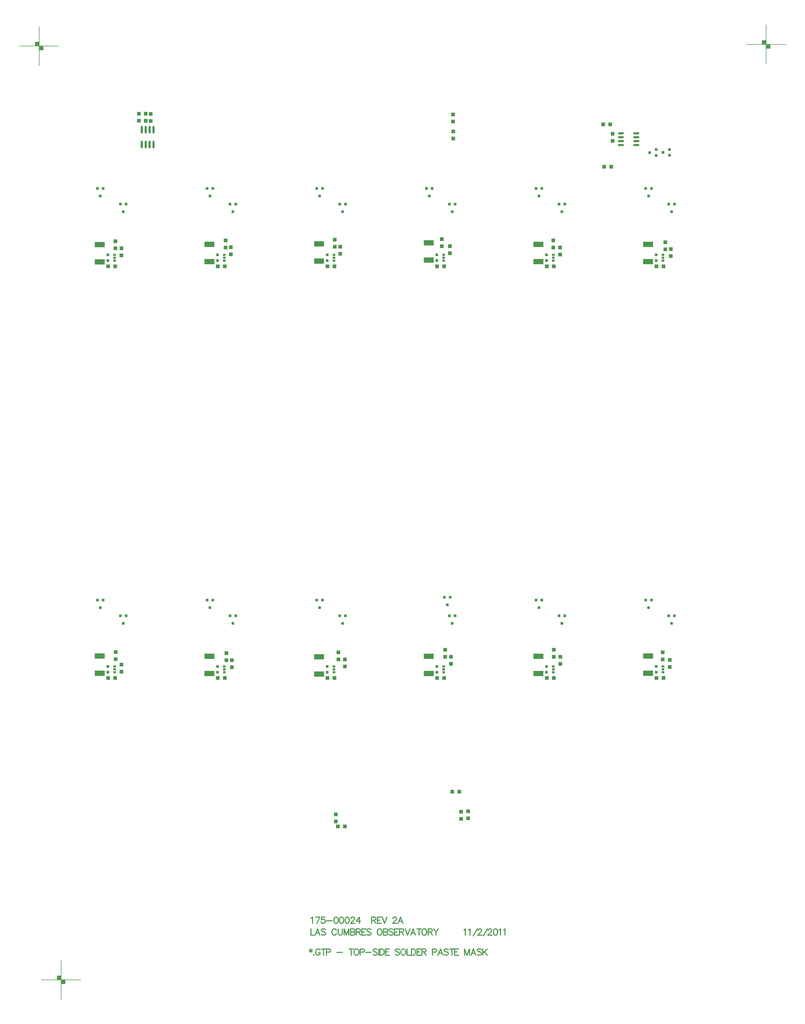
<source format=gtp>
%FSLAX23Y23*%
%MOIN*%
G70*
G01*
G75*
G04 Layer_Color=8421504*
%ADD10R,0.035X0.037*%
%ADD11R,0.035X0.037*%
%ADD12O,0.079X0.024*%
%ADD13R,0.036X0.028*%
%ADD14R,0.036X0.036*%
%ADD15R,0.050X0.050*%
%ADD16O,0.028X0.098*%
%ADD17R,0.126X0.071*%
%ADD18R,0.050X0.050*%
%ADD19C,0.010*%
%ADD20C,0.050*%
%ADD21C,0.008*%
%ADD22C,0.005*%
%ADD23C,0.012*%
%ADD24C,0.006*%
%ADD25C,0.012*%
%ADD26C,0.012*%
%ADD27C,0.079*%
%ADD28C,0.157*%
%ADD29C,0.020*%
%ADD30C,0.039*%
%ADD31C,0.220*%
%ADD32C,0.085*%
%ADD33C,0.055*%
%ADD34C,0.116*%
%ADD35R,0.055X0.055*%
%ADD36R,0.098X0.098*%
%ADD37C,0.098*%
%ADD38C,0.059*%
%ADD39C,0.080*%
%ADD40C,0.065*%
%ADD41C,0.055*%
%ADD42R,0.098X0.098*%
%ADD43R,0.059X0.059*%
%ADD44R,0.070X0.070*%
%ADD45C,0.070*%
%ADD46C,0.040*%
%ADD47C,0.110*%
%ADD48C,0.217*%
%ADD49C,0.200*%
%ADD50C,0.026*%
%ADD51C,0.050*%
%ADD52C,0.024*%
%ADD53C,0.025*%
%ADD54C,0.040*%
%ADD55C,0.076*%
%ADD56C,0.131*%
%ADD57C,0.080*%
%ADD58C,0.206*%
%ADD59C,0.102*%
%ADD60C,0.075*%
%ADD61C,0.168*%
%ADD62C,0.091*%
%ADD63C,0.138*%
%ADD64C,0.092*%
G04:AMPARAMS|DCode=65|XSize=100mil|YSize=100mil|CornerRadius=0mil|HoleSize=0mil|Usage=FLASHONLY|Rotation=0.000|XOffset=0mil|YOffset=0mil|HoleType=Round|Shape=Relief|Width=10mil|Gap=10mil|Entries=4|*
%AMTHD65*
7,0,0,0.100,0.080,0.010,45*
%
%ADD65THD65*%
%ADD66C,0.073*%
%ADD67C,0.099*%
%ADD68C,0.075*%
%ADD69C,0.168*%
%ADD70C,0.053*%
%ADD71C,0.068*%
G04:AMPARAMS|DCode=72|XSize=70mil|YSize=70mil|CornerRadius=0mil|HoleSize=0mil|Usage=FLASHONLY|Rotation=0.000|XOffset=0mil|YOffset=0mil|HoleType=Round|Shape=Relief|Width=10mil|Gap=10mil|Entries=4|*
%AMTHD72*
7,0,0,0.070,0.050,0.010,45*
%
%ADD72THD72*%
G04:AMPARAMS|DCode=73|XSize=111.181mil|YSize=111.181mil|CornerRadius=0mil|HoleSize=0mil|Usage=FLASHONLY|Rotation=0.000|XOffset=0mil|YOffset=0mil|HoleType=Round|Shape=Relief|Width=30mil|Gap=10mil|Entries=4|*
%AMTHD73*
7,0,0,0.111,0.091,0.030,45*
%
%ADD73THD73*%
G04:AMPARAMS|DCode=74|XSize=112mil|YSize=112mil|CornerRadius=0mil|HoleSize=0mil|Usage=FLASHONLY|Rotation=0.000|XOffset=0mil|YOffset=0mil|HoleType=Round|Shape=Relief|Width=30mil|Gap=10mil|Entries=4|*
%AMTHD74*
7,0,0,0.112,0.092,0.030,45*
%
%ADD74THD74*%
G04:AMPARAMS|DCode=75|XSize=119.055mil|YSize=119.055mil|CornerRadius=0mil|HoleSize=0mil|Usage=FLASHONLY|Rotation=0.000|XOffset=0mil|YOffset=0mil|HoleType=Round|Shape=Relief|Width=30mil|Gap=10mil|Entries=4|*
%AMTHD75*
7,0,0,0.119,0.099,0.030,45*
%
%ADD75THD75*%
G04:AMPARAMS|DCode=76|XSize=100mil|YSize=100mil|CornerRadius=0mil|HoleSize=0mil|Usage=FLASHONLY|Rotation=0.000|XOffset=0mil|YOffset=0mil|HoleType=Round|Shape=Relief|Width=30mil|Gap=10mil|Entries=4|*
%AMTHD76*
7,0,0,0.100,0.080,0.030,45*
%
%ADD76THD76*%
G04:AMPARAMS|DCode=77|XSize=130mil|YSize=130mil|CornerRadius=0mil|HoleSize=0mil|Usage=FLASHONLY|Rotation=0.000|XOffset=0mil|YOffset=0mil|HoleType=Round|Shape=Relief|Width=30mil|Gap=10mil|Entries=4|*
%AMTHD77*
7,0,0,0.130,0.110,0.030,45*
%
%ADD77THD77*%
G04:AMPARAMS|DCode=78|XSize=88mil|YSize=88mil|CornerRadius=0mil|HoleSize=0mil|Usage=FLASHONLY|Rotation=0.000|XOffset=0mil|YOffset=0mil|HoleType=Round|Shape=Relief|Width=30mil|Gap=10mil|Entries=4|*
%AMTHD78*
7,0,0,0.088,0.068,0.030,45*
%
%ADD78THD78*%
G04:AMPARAMS|DCode=79|XSize=70mil|YSize=70mil|CornerRadius=0mil|HoleSize=0mil|Usage=FLASHONLY|Rotation=0.000|XOffset=0mil|YOffset=0mil|HoleType=Round|Shape=Relief|Width=30mil|Gap=10mil|Entries=4|*
%AMTHD79*
7,0,0,0.070,0.050,0.030,45*
%
%ADD79THD79*%
G04:AMPARAMS|DCode=80|XSize=96.221mil|YSize=96.221mil|CornerRadius=0mil|HoleSize=0mil|Usage=FLASHONLY|Rotation=0.000|XOffset=0mil|YOffset=0mil|HoleType=Round|Shape=Relief|Width=10mil|Gap=10mil|Entries=4|*
%AMTHD80*
7,0,0,0.096,0.076,0.010,45*
%
%ADD80THD80*%
G04:AMPARAMS|DCode=81|XSize=150.551mil|YSize=150.551mil|CornerRadius=0mil|HoleSize=0mil|Usage=FLASHONLY|Rotation=0.000|XOffset=0mil|YOffset=0mil|HoleType=Round|Shape=Relief|Width=10mil|Gap=10mil|Entries=4|*
%AMTHD81*
7,0,0,0.151,0.131,0.010,45*
%
%ADD81THD81*%
G04:AMPARAMS|DCode=82|XSize=122mil|YSize=122mil|CornerRadius=0mil|HoleSize=0mil|Usage=FLASHONLY|Rotation=0.000|XOffset=0mil|YOffset=0mil|HoleType=Round|Shape=Relief|Width=10mil|Gap=10mil|Entries=4|*
%AMTHD82*
7,0,0,0.122,0.102,0.010,45*
%
%ADD82THD82*%
G04:AMPARAMS|DCode=83|XSize=95mil|YSize=95mil|CornerRadius=0mil|HoleSize=0mil|Usage=FLASHONLY|Rotation=0.000|XOffset=0mil|YOffset=0mil|HoleType=Round|Shape=Relief|Width=10mil|Gap=10mil|Entries=4|*
%AMTHD83*
7,0,0,0.095,0.075,0.010,45*
%
%ADD83THD83*%
G04:AMPARAMS|DCode=84|XSize=112mil|YSize=112mil|CornerRadius=0mil|HoleSize=0mil|Usage=FLASHONLY|Rotation=0.000|XOffset=0mil|YOffset=0mil|HoleType=Round|Shape=Relief|Width=10mil|Gap=10mil|Entries=4|*
%AMTHD84*
7,0,0,0.112,0.092,0.010,45*
%
%ADD84THD84*%
G04:AMPARAMS|DCode=85|XSize=93.465mil|YSize=93.465mil|CornerRadius=0mil|HoleSize=0mil|Usage=FLASHONLY|Rotation=0.000|XOffset=0mil|YOffset=0mil|HoleType=Round|Shape=Relief|Width=10mil|Gap=10mil|Entries=4|*
%AMTHD85*
7,0,0,0.093,0.073,0.010,45*
%
%ADD85THD85*%
G04:AMPARAMS|DCode=86|XSize=95.433mil|YSize=95.433mil|CornerRadius=0mil|HoleSize=0mil|Usage=FLASHONLY|Rotation=0.000|XOffset=0mil|YOffset=0mil|HoleType=Round|Shape=Relief|Width=10mil|Gap=10mil|Entries=4|*
%AMTHD86*
7,0,0,0.095,0.075,0.010,45*
%
%ADD86THD86*%
G04:AMPARAMS|DCode=87|XSize=72.992mil|YSize=72.992mil|CornerRadius=0mil|HoleSize=0mil|Usage=FLASHONLY|Rotation=0.000|XOffset=0mil|YOffset=0mil|HoleType=Round|Shape=Relief|Width=10mil|Gap=10mil|Entries=4|*
%AMTHD87*
7,0,0,0.073,0.053,0.010,45*
%
%ADD87THD87*%
G04:AMPARAMS|DCode=88|XSize=88mil|YSize=88mil|CornerRadius=0mil|HoleSize=0mil|Usage=FLASHONLY|Rotation=0.000|XOffset=0mil|YOffset=0mil|HoleType=Round|Shape=Relief|Width=10mil|Gap=10mil|Entries=4|*
%AMTHD88*
7,0,0,0.088,0.068,0.010,45*
%
%ADD88THD88*%
%ADD89R,0.272X0.268*%
%ADD90R,0.075X0.037*%
%ADD91R,0.025X0.100*%
%ADD92R,0.057X0.012*%
%ADD93R,0.025X0.185*%
%ADD94R,0.020X0.020*%
%ADD95R,0.016X0.020*%
%ADD96R,0.070X0.135*%
%ADD97R,0.078X0.048*%
%ADD98R,0.063X0.075*%
%ADD99R,0.045X0.017*%
%ADD100R,0.059X0.087*%
%ADD101R,0.126X0.060*%
%ADD102O,0.027X0.010*%
%ADD103R,0.065X0.094*%
%ADD104O,0.010X0.024*%
%ADD105R,0.094X0.065*%
%ADD106R,0.039X0.059*%
%ADD107R,0.040X0.067*%
%ADD108R,0.059X0.051*%
%ADD109R,0.070X0.025*%
%ADD110O,0.098X0.028*%
%ADD111R,0.051X0.059*%
%ADD112R,0.087X0.059*%
%ADD113C,0.020*%
%ADD114C,0.030*%
%ADD115C,0.010*%
%ADD116C,0.010*%
%ADD117C,0.008*%
%ADD118C,0.007*%
%ADD119R,0.384X0.322*%
D10*
X29777Y26463D02*
D03*
X29740Y26365D02*
D03*
X36482Y21412D02*
D03*
X36445Y21314D02*
D03*
X35082Y21412D02*
D03*
X35045Y21314D02*
D03*
X33913Y21449D02*
D03*
X33875Y21351D02*
D03*
X32282Y21412D02*
D03*
X32245Y21314D02*
D03*
X30882Y21412D02*
D03*
X30845Y21314D02*
D03*
X29482Y21412D02*
D03*
X29445Y21314D02*
D03*
X36482Y26663D02*
D03*
X36445Y26565D02*
D03*
X35082Y26663D02*
D03*
X35045Y26565D02*
D03*
X33682Y26663D02*
D03*
X33645Y26565D02*
D03*
X32282Y26663D02*
D03*
X32245Y26565D02*
D03*
X30882Y26663D02*
D03*
X30845Y26565D02*
D03*
X29482Y26663D02*
D03*
X29445Y26565D02*
D03*
X36777Y21212D02*
D03*
X36740Y21114D02*
D03*
X35377Y21212D02*
D03*
X35340Y21114D02*
D03*
X33977Y21212D02*
D03*
X33940Y21114D02*
D03*
X32577Y21212D02*
D03*
X32540Y21114D02*
D03*
X31177Y21212D02*
D03*
X31140Y21114D02*
D03*
X29777Y21212D02*
D03*
X29740Y21114D02*
D03*
X36777Y26463D02*
D03*
X36740Y26365D02*
D03*
X35377Y26463D02*
D03*
X35340Y26365D02*
D03*
X33977Y26463D02*
D03*
X33940Y26365D02*
D03*
X32577Y26463D02*
D03*
X32540Y26365D02*
D03*
X31177Y26463D02*
D03*
X31140Y26365D02*
D03*
D11*
X29703Y26463D02*
D03*
X36408Y21412D02*
D03*
X35008D02*
D03*
X33838Y21449D02*
D03*
X32208Y21412D02*
D03*
X30808D02*
D03*
X29408D02*
D03*
X36408Y26663D02*
D03*
X35008D02*
D03*
X33608D02*
D03*
X32208D02*
D03*
X30808D02*
D03*
X29408D02*
D03*
X36703Y21212D02*
D03*
X35303D02*
D03*
X33903D02*
D03*
X32503D02*
D03*
X31103D02*
D03*
X29703D02*
D03*
X36703Y26463D02*
D03*
X35303D02*
D03*
X33903D02*
D03*
X32503D02*
D03*
X31103D02*
D03*
D12*
X36094Y27365D02*
D03*
Y27315D02*
D03*
Y27265D02*
D03*
Y27215D02*
D03*
X36290Y27365D02*
D03*
Y27315D02*
D03*
Y27265D02*
D03*
Y27215D02*
D03*
D13*
X29628Y25742D02*
D03*
Y25816D02*
D03*
Y25779D02*
D03*
X36628Y20491D02*
D03*
Y20565D02*
D03*
Y20528D02*
D03*
X35228Y20491D02*
D03*
Y20565D02*
D03*
Y20528D02*
D03*
X33828Y20491D02*
D03*
Y20565D02*
D03*
Y20528D02*
D03*
X32428Y20491D02*
D03*
Y20565D02*
D03*
Y20528D02*
D03*
X31028Y20491D02*
D03*
Y20565D02*
D03*
Y20528D02*
D03*
X29628Y20491D02*
D03*
Y20565D02*
D03*
Y20528D02*
D03*
X36628Y25742D02*
D03*
Y25816D02*
D03*
Y25779D02*
D03*
X35228Y25742D02*
D03*
Y25816D02*
D03*
Y25779D02*
D03*
X33828Y25742D02*
D03*
Y25816D02*
D03*
Y25779D02*
D03*
X32428Y25742D02*
D03*
Y25816D02*
D03*
Y25779D02*
D03*
X31028Y25742D02*
D03*
Y25816D02*
D03*
Y25779D02*
D03*
D14*
X29542Y25742D02*
D03*
Y25816D02*
D03*
X36544Y27083D02*
D03*
X36458Y27120D02*
D03*
X36544Y27157D02*
D03*
X36542Y20491D02*
D03*
Y20565D02*
D03*
X35142Y20491D02*
D03*
Y20565D02*
D03*
X33742Y20491D02*
D03*
Y20565D02*
D03*
X32342Y20491D02*
D03*
Y20565D02*
D03*
X30942Y20491D02*
D03*
Y20565D02*
D03*
X29542Y20491D02*
D03*
Y20565D02*
D03*
X36542Y25742D02*
D03*
Y25816D02*
D03*
X35142Y25742D02*
D03*
Y25816D02*
D03*
X33742Y25742D02*
D03*
Y25816D02*
D03*
X32342Y25742D02*
D03*
Y25816D02*
D03*
X30942Y25742D02*
D03*
Y25816D02*
D03*
X36714Y27085D02*
D03*
X36628Y27122D02*
D03*
X36714Y27159D02*
D03*
D15*
X36715Y20650D02*
D03*
Y20560D02*
D03*
X33952Y27300D02*
D03*
Y27390D02*
D03*
X33951Y27604D02*
D03*
Y27514D02*
D03*
X32454Y18679D02*
D03*
Y18589D02*
D03*
X34054Y18623D02*
D03*
Y18713D02*
D03*
X34142Y18718D02*
D03*
Y18628D02*
D03*
X30025Y27524D02*
D03*
Y27614D02*
D03*
X29940D02*
D03*
Y27524D02*
D03*
X30090Y27613D02*
D03*
Y27523D02*
D03*
X35986Y27270D02*
D03*
Y27360D02*
D03*
X29640Y25900D02*
D03*
Y25990D02*
D03*
X31045Y25910D02*
D03*
Y26000D02*
D03*
X32440Y25918D02*
D03*
Y26008D02*
D03*
X33805Y25925D02*
D03*
Y26015D02*
D03*
X35230Y25910D02*
D03*
Y26000D02*
D03*
X36658Y25886D02*
D03*
Y25976D02*
D03*
X29642Y20657D02*
D03*
Y20747D02*
D03*
X31055Y20645D02*
D03*
Y20735D02*
D03*
X32485Y20655D02*
D03*
Y20745D02*
D03*
X33849Y20689D02*
D03*
Y20779D02*
D03*
X35235Y20690D02*
D03*
Y20780D02*
D03*
X36625Y20655D02*
D03*
Y20745D02*
D03*
X29715Y25900D02*
D03*
Y25810D02*
D03*
X31114Y25911D02*
D03*
Y25821D02*
D03*
X32511Y25919D02*
D03*
Y25829D02*
D03*
X33910Y25925D02*
D03*
Y25835D02*
D03*
X35315Y25910D02*
D03*
Y25820D02*
D03*
X36730Y25887D02*
D03*
Y25797D02*
D03*
X29715Y20587D02*
D03*
Y20497D02*
D03*
X31125Y20645D02*
D03*
Y20555D02*
D03*
X32570Y20655D02*
D03*
Y20565D02*
D03*
X33923Y20689D02*
D03*
Y20599D02*
D03*
X35320Y20690D02*
D03*
Y20600D02*
D03*
D16*
X29975Y27221D02*
D03*
X30025D02*
D03*
X30075D02*
D03*
X30125D02*
D03*
X29975Y27413D02*
D03*
X30025D02*
D03*
X30075D02*
D03*
X30125D02*
D03*
D17*
X29440Y25945D02*
D03*
Y25725D02*
D03*
X36440Y20698D02*
D03*
Y20478D02*
D03*
X35040Y20695D02*
D03*
Y20475D02*
D03*
X33640Y20695D02*
D03*
Y20475D02*
D03*
X32240Y20690D02*
D03*
Y20470D02*
D03*
X30840Y20695D02*
D03*
Y20475D02*
D03*
X29440Y20698D02*
D03*
Y20478D02*
D03*
X36440Y25949D02*
D03*
Y25729D02*
D03*
X35040Y25950D02*
D03*
Y25730D02*
D03*
X33640Y25969D02*
D03*
Y25749D02*
D03*
X32240Y25955D02*
D03*
Y25735D02*
D03*
X30840Y25950D02*
D03*
Y25730D02*
D03*
D18*
X36545Y20418D02*
D03*
X36635D02*
D03*
X35145D02*
D03*
X35235D02*
D03*
X33745D02*
D03*
X33835D02*
D03*
X32345D02*
D03*
X32435D02*
D03*
X30945D02*
D03*
X31035D02*
D03*
X29545D02*
D03*
X29635D02*
D03*
X36545Y25669D02*
D03*
X36635D02*
D03*
X35145D02*
D03*
X35235D02*
D03*
X33745D02*
D03*
X33835D02*
D03*
X32345D02*
D03*
X32435D02*
D03*
X30945D02*
D03*
X31035D02*
D03*
X29545D02*
D03*
X29635D02*
D03*
X32479Y18524D02*
D03*
X32569D02*
D03*
X33939Y18968D02*
D03*
X34029D02*
D03*
X35879Y26937D02*
D03*
X35969D02*
D03*
X35866Y27477D02*
D03*
X35956D02*
D03*
D21*
X28695Y16570D02*
X29195D01*
X28945Y16320D02*
Y16820D01*
X28995Y16520D02*
Y16570D01*
X28945Y16520D02*
X28995D01*
X28895Y16570D02*
Y16620D01*
X28945D01*
X28900Y16575D02*
X28940D01*
X28900D02*
Y16615D01*
X28940D01*
Y16575D02*
Y16615D01*
X28905Y16580D02*
X28935D01*
X28905D02*
Y16610D01*
X28935D01*
Y16585D02*
Y16610D01*
X28910Y16585D02*
X28930D01*
X28910D02*
Y16605D01*
X28930D01*
Y16590D02*
Y16605D01*
X28915Y16590D02*
X28925D01*
X28915D02*
Y16600D01*
X28925D01*
Y16590D02*
Y16600D01*
X28915Y16595D02*
X28925D01*
X28950Y16525D02*
X28990D01*
X28950D02*
Y16565D01*
X28990D01*
Y16525D02*
Y16565D01*
X28955Y16530D02*
X28985D01*
X28955D02*
Y16560D01*
X28985D01*
Y16535D02*
Y16560D01*
X28960Y16535D02*
X28980D01*
X28960D02*
Y16555D01*
X28980D01*
Y16540D02*
Y16555D01*
X28965Y16540D02*
X28975D01*
X28965D02*
Y16550D01*
X28975D01*
Y16540D02*
Y16550D01*
X28965Y16545D02*
X28975D01*
X28415Y28480D02*
X28915D01*
X28665Y28230D02*
Y28730D01*
X28715Y28430D02*
Y28480D01*
X28665Y28430D02*
X28715D01*
X28615Y28480D02*
Y28530D01*
X28665D01*
X28620Y28485D02*
X28660D01*
X28620D02*
Y28525D01*
X28660D01*
Y28485D02*
Y28525D01*
X28625Y28490D02*
X28655D01*
X28625D02*
Y28520D01*
X28655D01*
Y28495D02*
Y28520D01*
X28630Y28495D02*
X28650D01*
X28630D02*
Y28515D01*
X28650D01*
Y28500D02*
Y28515D01*
X28635Y28500D02*
X28645D01*
X28635D02*
Y28510D01*
X28645D01*
Y28500D02*
Y28510D01*
X28635Y28505D02*
X28645D01*
X28670Y28435D02*
X28710D01*
X28670D02*
Y28475D01*
X28710D01*
Y28435D02*
Y28475D01*
X28675Y28440D02*
X28705D01*
X28675D02*
Y28470D01*
X28705D01*
Y28445D02*
Y28470D01*
X28680Y28445D02*
X28700D01*
X28680D02*
Y28465D01*
X28700D01*
Y28450D02*
Y28465D01*
X28685Y28450D02*
X28695D01*
X28685D02*
Y28460D01*
X28695D01*
Y28450D02*
Y28460D01*
X28685Y28455D02*
X28695D01*
X37695Y28500D02*
X38195D01*
X37945Y28250D02*
Y28750D01*
X37995Y28450D02*
Y28500D01*
X37945Y28450D02*
X37995D01*
X37895Y28500D02*
Y28550D01*
X37945D01*
X37900Y28505D02*
X37940D01*
X37900D02*
Y28545D01*
X37940D01*
Y28505D02*
Y28545D01*
X37905Y28510D02*
X37935D01*
X37905D02*
Y28540D01*
X37935D01*
Y28515D02*
Y28540D01*
X37910Y28515D02*
X37930D01*
X37910D02*
Y28535D01*
X37930D01*
Y28520D02*
Y28535D01*
X37915Y28520D02*
X37925D01*
X37915D02*
Y28530D01*
X37925D01*
Y28520D02*
Y28530D01*
X37915Y28525D02*
X37925D01*
X37950Y28455D02*
X37990D01*
X37950D02*
Y28495D01*
X37990D01*
Y28455D02*
Y28495D01*
X37955Y28460D02*
X37985D01*
X37955D02*
Y28490D01*
X37985D01*
Y28465D02*
Y28490D01*
X37960Y28465D02*
X37980D01*
X37960D02*
Y28485D01*
X37980D01*
Y28470D02*
Y28485D01*
X37965Y28470D02*
X37975D01*
X37965D02*
Y28480D01*
X37975D01*
Y28470D02*
Y28480D01*
X37965Y28475D02*
X37975D01*
D23*
X32134Y16963D02*
Y16917D01*
X32115Y16952D02*
X32153Y16929D01*
Y16952D02*
X32115Y16929D01*
X32173Y16891D02*
X32169Y16887D01*
X32173Y16883D01*
X32177Y16887D01*
X32173Y16891D01*
X32252Y16944D02*
X32248Y16952D01*
X32240Y16959D01*
X32233Y16963D01*
X32217D01*
X32210Y16959D01*
X32202Y16952D01*
X32198Y16944D01*
X32195Y16933D01*
Y16913D01*
X32198Y16902D01*
X32202Y16894D01*
X32210Y16887D01*
X32217Y16883D01*
X32233D01*
X32240Y16887D01*
X32248Y16894D01*
X32252Y16902D01*
Y16913D01*
X32233D02*
X32252D01*
X32297Y16963D02*
Y16883D01*
X32270Y16963D02*
X32323D01*
X32333Y16921D02*
X32367D01*
X32379Y16925D01*
X32382Y16929D01*
X32386Y16936D01*
Y16948D01*
X32382Y16955D01*
X32379Y16959D01*
X32367Y16963D01*
X32333D01*
Y16883D01*
X32467Y16917D02*
X32535D01*
X32649Y16963D02*
Y16883D01*
X32622Y16963D02*
X32675D01*
X32708D02*
X32700Y16959D01*
X32692Y16952D01*
X32689Y16944D01*
X32685Y16933D01*
Y16913D01*
X32689Y16902D01*
X32692Y16894D01*
X32700Y16887D01*
X32708Y16883D01*
X32723D01*
X32730Y16887D01*
X32738Y16894D01*
X32742Y16902D01*
X32746Y16913D01*
Y16933D01*
X32742Y16944D01*
X32738Y16952D01*
X32730Y16959D01*
X32723Y16963D01*
X32708D01*
X32764Y16921D02*
X32799D01*
X32810Y16925D01*
X32814Y16929D01*
X32818Y16936D01*
Y16948D01*
X32814Y16955D01*
X32810Y16959D01*
X32799Y16963D01*
X32764D01*
Y16883D01*
X32836Y16917D02*
X32904D01*
X32981Y16952D02*
X32973Y16959D01*
X32962Y16963D01*
X32947D01*
X32935Y16959D01*
X32928Y16952D01*
Y16944D01*
X32932Y16936D01*
X32935Y16933D01*
X32943Y16929D01*
X32966Y16921D01*
X32973Y16917D01*
X32977Y16913D01*
X32981Y16906D01*
Y16894D01*
X32973Y16887D01*
X32962Y16883D01*
X32947D01*
X32935Y16887D01*
X32928Y16894D01*
X32999Y16963D02*
Y16883D01*
X33016Y16963D02*
Y16883D01*
Y16963D02*
X33042D01*
X33054Y16959D01*
X33061Y16952D01*
X33065Y16944D01*
X33069Y16933D01*
Y16913D01*
X33065Y16902D01*
X33061Y16894D01*
X33054Y16887D01*
X33042Y16883D01*
X33016D01*
X33136Y16963D02*
X33087D01*
Y16883D01*
X33136D01*
X33087Y16925D02*
X33117D01*
X33266Y16952D02*
X33258Y16959D01*
X33247Y16963D01*
X33232D01*
X33220Y16959D01*
X33213Y16952D01*
Y16944D01*
X33216Y16936D01*
X33220Y16933D01*
X33228Y16929D01*
X33251Y16921D01*
X33258Y16917D01*
X33262Y16913D01*
X33266Y16906D01*
Y16894D01*
X33258Y16887D01*
X33247Y16883D01*
X33232D01*
X33220Y16887D01*
X33213Y16894D01*
X33307Y16963D02*
X33299Y16959D01*
X33292Y16952D01*
X33288Y16944D01*
X33284Y16933D01*
Y16913D01*
X33288Y16902D01*
X33292Y16894D01*
X33299Y16887D01*
X33307Y16883D01*
X33322D01*
X33330Y16887D01*
X33337Y16894D01*
X33341Y16902D01*
X33345Y16913D01*
Y16933D01*
X33341Y16944D01*
X33337Y16952D01*
X33330Y16959D01*
X33322Y16963D01*
X33307D01*
X33363D02*
Y16883D01*
X33409D01*
X33418Y16963D02*
Y16883D01*
Y16963D02*
X33445D01*
X33456Y16959D01*
X33464Y16952D01*
X33467Y16944D01*
X33471Y16933D01*
Y16913D01*
X33467Y16902D01*
X33464Y16894D01*
X33456Y16887D01*
X33445Y16883D01*
X33418D01*
X33539Y16963D02*
X33489D01*
Y16883D01*
X33539D01*
X33489Y16925D02*
X33520D01*
X33552Y16963D02*
Y16883D01*
Y16963D02*
X33586D01*
X33598Y16959D01*
X33602Y16955D01*
X33605Y16948D01*
Y16940D01*
X33602Y16933D01*
X33598Y16929D01*
X33586Y16925D01*
X33552D01*
X33579D02*
X33605Y16883D01*
X33686Y16921D02*
X33720D01*
X33732Y16925D01*
X33736Y16929D01*
X33739Y16936D01*
Y16948D01*
X33736Y16955D01*
X33732Y16959D01*
X33720Y16963D01*
X33686D01*
Y16883D01*
X33818D02*
X33788Y16963D01*
X33757Y16883D01*
X33769Y16910D02*
X33807D01*
X33890Y16952D02*
X33883Y16959D01*
X33871Y16963D01*
X33856D01*
X33845Y16959D01*
X33837Y16952D01*
Y16944D01*
X33841Y16936D01*
X33845Y16933D01*
X33852Y16929D01*
X33875Y16921D01*
X33883Y16917D01*
X33886Y16913D01*
X33890Y16906D01*
Y16894D01*
X33883Y16887D01*
X33871Y16883D01*
X33856D01*
X33845Y16887D01*
X33837Y16894D01*
X33935Y16963D02*
Y16883D01*
X33908Y16963D02*
X33961D01*
X34020D02*
X33971D01*
Y16883D01*
X34020D01*
X33971Y16925D02*
X34001D01*
X34097Y16963D02*
Y16883D01*
Y16963D02*
X34127Y16883D01*
X34158Y16963D02*
X34127Y16883D01*
X34158Y16963D02*
Y16883D01*
X34241D02*
X34211Y16963D01*
X34180Y16883D01*
X34192Y16910D02*
X34230D01*
X34313Y16952D02*
X34306Y16959D01*
X34294Y16963D01*
X34279D01*
X34268Y16959D01*
X34260Y16952D01*
Y16944D01*
X34264Y16936D01*
X34268Y16933D01*
X34275Y16929D01*
X34298Y16921D01*
X34306Y16917D01*
X34310Y16913D01*
X34313Y16906D01*
Y16894D01*
X34306Y16887D01*
X34294Y16883D01*
X34279D01*
X34268Y16887D01*
X34260Y16894D01*
X34331Y16963D02*
Y16883D01*
X34385Y16963D02*
X34331Y16910D01*
X34350Y16929D02*
X34385Y16883D01*
X32136Y17353D02*
X32144Y17357D01*
X32155Y17369D01*
Y17289D01*
X32248Y17369D02*
X32210Y17289D01*
X32195Y17369D02*
X32248D01*
X32312D02*
X32274D01*
X32270Y17334D01*
X32274Y17338D01*
X32285Y17342D01*
X32296D01*
X32308Y17338D01*
X32315Y17330D01*
X32319Y17319D01*
Y17311D01*
X32315Y17300D01*
X32308Y17292D01*
X32296Y17289D01*
X32285D01*
X32274Y17292D01*
X32270Y17296D01*
X32266Y17304D01*
X32337Y17323D02*
X32406D01*
X32452Y17369D02*
X32441Y17365D01*
X32433Y17353D01*
X32429Y17334D01*
Y17323D01*
X32433Y17304D01*
X32441Y17292D01*
X32452Y17289D01*
X32460D01*
X32471Y17292D01*
X32479Y17304D01*
X32483Y17323D01*
Y17334D01*
X32479Y17353D01*
X32471Y17365D01*
X32460Y17369D01*
X32452D01*
X32523D02*
X32512Y17365D01*
X32504Y17353D01*
X32501Y17334D01*
Y17323D01*
X32504Y17304D01*
X32512Y17292D01*
X32523Y17289D01*
X32531D01*
X32542Y17292D01*
X32550Y17304D01*
X32554Y17323D01*
Y17334D01*
X32550Y17353D01*
X32542Y17365D01*
X32531Y17369D01*
X32523D01*
X32595D02*
X32583Y17365D01*
X32576Y17353D01*
X32572Y17334D01*
Y17323D01*
X32576Y17304D01*
X32583Y17292D01*
X32595Y17289D01*
X32602D01*
X32614Y17292D01*
X32621Y17304D01*
X32625Y17323D01*
Y17334D01*
X32621Y17353D01*
X32614Y17365D01*
X32602Y17369D01*
X32595D01*
X32647Y17350D02*
Y17353D01*
X32651Y17361D01*
X32654Y17365D01*
X32662Y17369D01*
X32677D01*
X32685Y17365D01*
X32689Y17361D01*
X32692Y17353D01*
Y17346D01*
X32689Y17338D01*
X32681Y17327D01*
X32643Y17289D01*
X32696D01*
X32752Y17369D02*
X32714Y17315D01*
X32771D01*
X32752Y17369D02*
Y17289D01*
X32911Y17369D02*
Y17289D01*
Y17369D02*
X32945D01*
X32957Y17365D01*
X32961Y17361D01*
X32964Y17353D01*
Y17346D01*
X32961Y17338D01*
X32957Y17334D01*
X32945Y17330D01*
X32911D01*
X32938D02*
X32964Y17289D01*
X33032Y17369D02*
X32982D01*
Y17289D01*
X33032D01*
X32982Y17330D02*
X33013D01*
X33045Y17369D02*
X33076Y17289D01*
X33106Y17369D02*
X33076Y17289D01*
X33183Y17350D02*
Y17353D01*
X33187Y17361D01*
X33191Y17365D01*
X33198Y17369D01*
X33214D01*
X33221Y17365D01*
X33225Y17361D01*
X33229Y17353D01*
Y17346D01*
X33225Y17338D01*
X33217Y17327D01*
X33179Y17289D01*
X33233D01*
X33311D02*
X33281Y17369D01*
X33250Y17289D01*
X33262Y17315D02*
X33300D01*
D26*
X32136Y17219D02*
Y17139D01*
X32182D01*
X32251D02*
X32221Y17219D01*
X32190Y17139D01*
X32202Y17165D02*
X32240D01*
X32323Y17207D02*
X32316Y17215D01*
X32304Y17219D01*
X32289D01*
X32278Y17215D01*
X32270Y17207D01*
Y17200D01*
X32274Y17192D01*
X32278Y17188D01*
X32285Y17184D01*
X32308Y17177D01*
X32316Y17173D01*
X32320Y17169D01*
X32323Y17161D01*
Y17150D01*
X32316Y17142D01*
X32304Y17139D01*
X32289D01*
X32278Y17142D01*
X32270Y17150D01*
X32461Y17200D02*
X32457Y17207D01*
X32450Y17215D01*
X32442Y17219D01*
X32427D01*
X32419Y17215D01*
X32412Y17207D01*
X32408Y17200D01*
X32404Y17188D01*
Y17169D01*
X32408Y17158D01*
X32412Y17150D01*
X32419Y17142D01*
X32427Y17139D01*
X32442D01*
X32450Y17142D01*
X32457Y17150D01*
X32461Y17158D01*
X32484Y17219D02*
Y17161D01*
X32488Y17150D01*
X32495Y17142D01*
X32507Y17139D01*
X32514D01*
X32526Y17142D01*
X32533Y17150D01*
X32537Y17161D01*
Y17219D01*
X32559D02*
Y17139D01*
Y17219D02*
X32590Y17139D01*
X32620Y17219D02*
X32590Y17139D01*
X32620Y17219D02*
Y17139D01*
X32643Y17219D02*
Y17139D01*
Y17219D02*
X32677D01*
X32689Y17215D01*
X32692Y17211D01*
X32696Y17203D01*
Y17196D01*
X32692Y17188D01*
X32689Y17184D01*
X32677Y17180D01*
X32643D02*
X32677D01*
X32689Y17177D01*
X32692Y17173D01*
X32696Y17165D01*
Y17154D01*
X32692Y17146D01*
X32689Y17142D01*
X32677Y17139D01*
X32643D01*
X32714Y17219D02*
Y17139D01*
Y17219D02*
X32748D01*
X32760Y17215D01*
X32764Y17211D01*
X32768Y17203D01*
Y17196D01*
X32764Y17188D01*
X32760Y17184D01*
X32748Y17180D01*
X32714D01*
X32741D02*
X32768Y17139D01*
X32835Y17219D02*
X32785D01*
Y17139D01*
X32835D01*
X32785Y17180D02*
X32816D01*
X32902Y17207D02*
X32894Y17215D01*
X32883Y17219D01*
X32867D01*
X32856Y17215D01*
X32848Y17207D01*
Y17200D01*
X32852Y17192D01*
X32856Y17188D01*
X32863Y17184D01*
X32886Y17177D01*
X32894Y17173D01*
X32898Y17169D01*
X32902Y17161D01*
Y17150D01*
X32894Y17142D01*
X32883Y17139D01*
X32867D01*
X32856Y17142D01*
X32848Y17150D01*
X33005Y17219D02*
X32998Y17215D01*
X32990Y17207D01*
X32986Y17200D01*
X32982Y17188D01*
Y17169D01*
X32986Y17158D01*
X32990Y17150D01*
X32998Y17142D01*
X33005Y17139D01*
X33020D01*
X33028Y17142D01*
X33036Y17150D01*
X33039Y17158D01*
X33043Y17169D01*
Y17188D01*
X33039Y17200D01*
X33036Y17207D01*
X33028Y17215D01*
X33020Y17219D01*
X33005D01*
X33062D02*
Y17139D01*
Y17219D02*
X33096D01*
X33108Y17215D01*
X33111Y17211D01*
X33115Y17203D01*
Y17196D01*
X33111Y17188D01*
X33108Y17184D01*
X33096Y17180D01*
X33062D02*
X33096D01*
X33108Y17177D01*
X33111Y17173D01*
X33115Y17165D01*
Y17154D01*
X33111Y17146D01*
X33108Y17142D01*
X33096Y17139D01*
X33062D01*
X33186Y17207D02*
X33179Y17215D01*
X33167Y17219D01*
X33152D01*
X33141Y17215D01*
X33133Y17207D01*
Y17200D01*
X33137Y17192D01*
X33141Y17188D01*
X33148Y17184D01*
X33171Y17177D01*
X33179Y17173D01*
X33183Y17169D01*
X33186Y17161D01*
Y17150D01*
X33179Y17142D01*
X33167Y17139D01*
X33152D01*
X33141Y17142D01*
X33133Y17150D01*
X33254Y17219D02*
X33204D01*
Y17139D01*
X33254D01*
X33204Y17180D02*
X33235D01*
X33267Y17219D02*
Y17139D01*
Y17219D02*
X33301D01*
X33313Y17215D01*
X33317Y17211D01*
X33321Y17203D01*
Y17196D01*
X33317Y17188D01*
X33313Y17184D01*
X33301Y17180D01*
X33267D01*
X33294D02*
X33321Y17139D01*
X33338Y17219D02*
X33369Y17139D01*
X33399Y17219D02*
X33369Y17139D01*
X33471D02*
X33440Y17219D01*
X33410Y17139D01*
X33421Y17165D02*
X33459D01*
X33516Y17219D02*
Y17139D01*
X33489Y17219D02*
X33543D01*
X33575D02*
X33567Y17215D01*
X33560Y17207D01*
X33556Y17200D01*
X33552Y17188D01*
Y17169D01*
X33556Y17158D01*
X33560Y17150D01*
X33567Y17142D01*
X33575Y17139D01*
X33590D01*
X33598Y17142D01*
X33605Y17150D01*
X33609Y17158D01*
X33613Y17169D01*
Y17188D01*
X33609Y17200D01*
X33605Y17207D01*
X33598Y17215D01*
X33590Y17219D01*
X33575D01*
X33632D02*
Y17139D01*
Y17219D02*
X33666D01*
X33677Y17215D01*
X33681Y17211D01*
X33685Y17203D01*
Y17196D01*
X33681Y17188D01*
X33677Y17184D01*
X33666Y17180D01*
X33632D01*
X33658D02*
X33685Y17139D01*
X33703Y17219D02*
X33733Y17180D01*
Y17139D01*
X33764Y17219D02*
X33733Y17180D01*
X34088Y17203D02*
X34096Y17207D01*
X34107Y17219D01*
Y17139D01*
X34147Y17203D02*
X34155Y17207D01*
X34166Y17219D01*
Y17139D01*
X34206Y17127D02*
X34259Y17219D01*
X34268Y17200D02*
Y17203D01*
X34272Y17211D01*
X34276Y17215D01*
X34283Y17219D01*
X34299D01*
X34306Y17215D01*
X34310Y17211D01*
X34314Y17203D01*
Y17196D01*
X34310Y17188D01*
X34302Y17177D01*
X34264Y17139D01*
X34318D01*
X34336Y17127D02*
X34389Y17219D01*
X34398Y17200D02*
Y17203D01*
X34402Y17211D01*
X34406Y17215D01*
X34413Y17219D01*
X34428D01*
X34436Y17215D01*
X34440Y17211D01*
X34444Y17203D01*
Y17196D01*
X34440Y17188D01*
X34432Y17177D01*
X34394Y17139D01*
X34448D01*
X34488Y17219D02*
X34477Y17215D01*
X34469Y17203D01*
X34465Y17184D01*
Y17173D01*
X34469Y17154D01*
X34477Y17142D01*
X34488Y17139D01*
X34496D01*
X34507Y17142D01*
X34515Y17154D01*
X34519Y17173D01*
Y17184D01*
X34515Y17203D01*
X34507Y17215D01*
X34496Y17219D01*
X34488D01*
X34537Y17203D02*
X34544Y17207D01*
X34556Y17219D01*
Y17139D01*
X34595Y17203D02*
X34603Y17207D01*
X34614Y17219D01*
Y17139D01*
M02*

</source>
